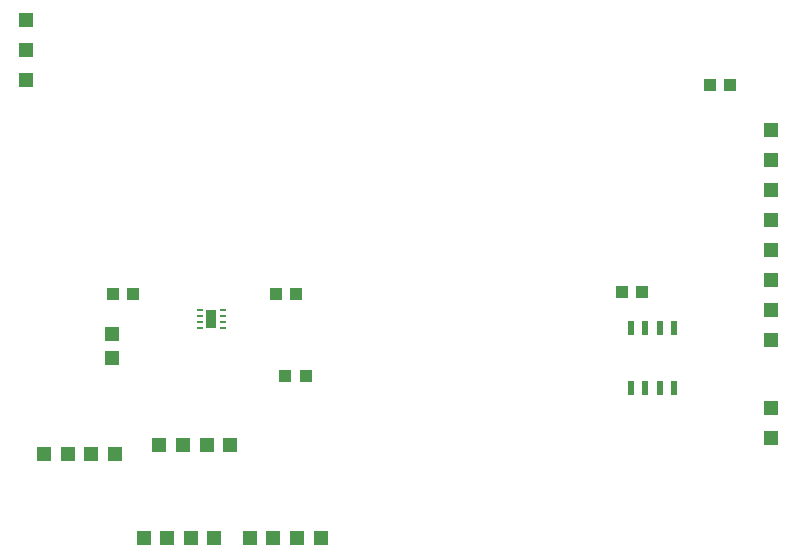
<source format=gbr>
G04 EAGLE Gerber RS-274X export*
G75*
%MOMM*%
%FSLAX34Y34*%
%LPD*%
%INSolderpaste Top*%
%IPPOS*%
%AMOC8*
5,1,8,0,0,1.08239X$1,22.5*%
G01*
G04 Define Apertures*
%ADD10R,1.100000X1.000000*%
%ADD11R,0.500000X0.250000*%
%ADD12R,0.900000X1.600000*%
%ADD13R,1.270000X1.270000*%
%ADD14R,0.559000X1.194000*%
D10*
X538422Y250922D03*
X521422Y250922D03*
X107540Y249120D03*
X90540Y249120D03*
X596040Y425760D03*
X613040Y425760D03*
X245600Y249120D03*
X228600Y249120D03*
D11*
X164400Y235100D03*
D12*
X173900Y227600D03*
D11*
X164400Y230100D03*
X164400Y225100D03*
X164400Y220100D03*
X183400Y220100D03*
X183400Y225100D03*
X183400Y230100D03*
X183400Y235100D03*
D13*
X32272Y113600D03*
X52272Y113600D03*
X72272Y113600D03*
X92272Y113600D03*
X129772Y121100D03*
X149772Y121100D03*
X169772Y121100D03*
X189772Y121100D03*
X116400Y42272D03*
X136400Y42272D03*
X156400Y42272D03*
X176400Y42272D03*
X206400Y42272D03*
X226400Y42272D03*
X246400Y42272D03*
X266400Y42272D03*
X647728Y209700D03*
X647728Y235100D03*
X647728Y260500D03*
X647728Y285900D03*
X647728Y311300D03*
X647728Y336700D03*
X647728Y362100D03*
X647728Y387500D03*
X89772Y214820D03*
X89772Y194820D03*
X17272Y480572D03*
X17272Y455172D03*
X17272Y429772D03*
D10*
X236500Y180000D03*
X253500Y180000D03*
D13*
X647728Y127300D03*
X647728Y152700D03*
D14*
X528877Y219942D03*
X528877Y169392D03*
X565457Y219942D03*
X553517Y169392D03*
X540817Y169392D03*
X553517Y219942D03*
X540817Y219942D03*
X565457Y169392D03*
M02*

</source>
